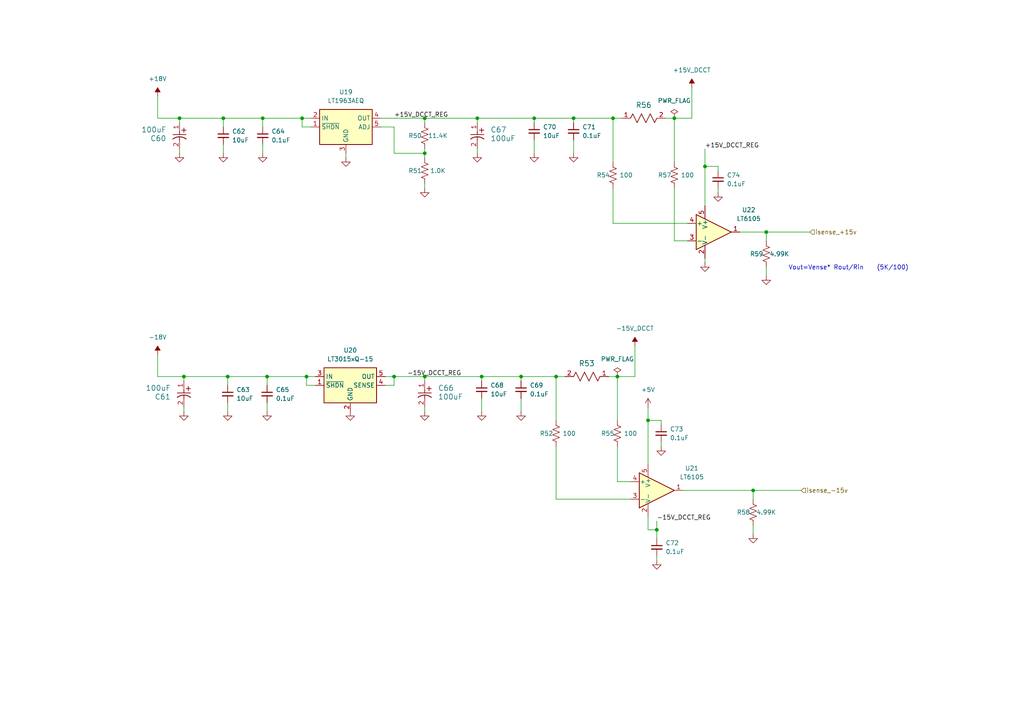
<source format=kicad_sch>
(kicad_sch (version 20250114) (generator "eeschema") (generator_version "9.0")
  (paper "A4")
  (lib_symbols
    (symbol "Device:C_Small" (pin_numbers (hide yes)) (pin_names (offset 0.254) (hide yes))
      (property "Reference" "C" (at 0.254 1.778 0))
      (property "Value" "C_Small" (at 0.254 -2.032 0))
      (symbol "C_Small_0_1"
        (polyline (pts (xy -1.524 0.508) (xy 1.524 0.508)) (stroke (width 0.3048)))
        (polyline (pts (xy -1.524 -0.508) (xy 1.524 -0.508)) (stroke (width 0.3302)))
      )
      (symbol "C_Small_1_1"
        (pin passive line (at 0 2.54 270) (length 2.032) (name "~") (number "1"))
        (pin passive line (at 0 -2.54 90) (length 2.032) (name "~") (number "2"))
      )
    )
    (symbol "Device:R_US" (pin_numbers (hide yes)) (pin_names (offset 0))
      (property "Reference" "R" (at 2.54 0 90))
      (property "Value" "R_US" (at -2.54 0 90))
      (symbol "R_US_0_1"
        (polyline (pts (xy 0 2.286) (xy 0 2.54)))
        (polyline (pts (xy 0 2.286) (xy 1.016 1.905) (xy 0 1.524) (xy -1.016 1.143) (xy 0 0.762)))
        (polyline (pts (xy 0 0.762) (xy 1.016 0.381) (xy 0 0) (xy -1.016 -0.381) (xy 0 -0.762)))
        (polyline (pts (xy 0 -0.762) (xy 1.016 -1.143) (xy 0 -1.524) (xy -1.016 -1.905) (xy 0 -2.286)))
        (polyline (pts (xy 0 -2.286) (xy 0 -2.54)))
      )
      (symbol "R_US_1_1"
        (pin passive line (at 0 3.81 270) (length 1.27) (name "~") (number "1"))
        (pin passive line (at 0 -3.81 90) (length 1.27) (name "~") (number "2"))
      )
    )
    (symbol "KRL6432E-M-R010-F-T1_1" (pin_names (offset 0.254))
      (property "Reference" "R" (at 5.715 3.81 0))
      (property "Value" "KRL6432E-M-R010-F-T1" (at 6.35 -3.81 0))
      (symbol "KRL6432E-M-R010-F-T1_1_1_1"
        (polyline (pts (xy 2.54 0) (xy 3.175 1.27)) (stroke (width 0.2032)))
        (polyline (pts (xy 3.175 1.27) (xy 4.445 -1.27)) (stroke (width 0.2032)))
        (polyline (pts (xy 4.445 -1.27) (xy 5.715 1.27)) (stroke (width 0.2032)))
        (polyline (pts (xy 5.715 1.27) (xy 6.985 -1.27)) (stroke (width 0.2032)))
        (polyline (pts (xy 6.985 -1.27) (xy 8.255 1.27)) (stroke (width 0.2032)))
        (polyline (pts (xy 8.255 1.27) (xy 9.525 -1.27)) (stroke (width 0.2032)))
        (polyline (pts (xy 9.525 -1.27) (xy 10.16 0)) (stroke (width 0.2032)))
        (pin passive line (at 0 0 0) (length 2.54) (name "") (number "1"))
        (pin passive line (at 12.7 0 180) (length 2.54) (name "") (number "2"))
      )
      (symbol "KRL6432E-M-R010-F-T1_1_1_2"
        (polyline (pts (xy -1.27 8.255) (xy 1.27 9.525)) (stroke (width 0.2032)))
        (polyline (pts (xy -1.27 5.715) (xy 1.27 6.985)) (stroke (width 0.2032)))
        (polyline (pts (xy -1.27 3.175) (xy 1.27 4.445)) (stroke (width 0.2032)))
        (polyline (pts (xy 0 2.54) (xy -1.27 3.175)) (stroke (width 0.2032)))
        (polyline (pts (xy 1.27 9.525) (xy 0 10.16)) (stroke (width 0.2032)))
        (polyline (pts (xy 1.27 6.985) (xy -1.27 8.255)) (stroke (width 0.2032)))
        (polyline (pts (xy 1.27 4.445) (xy -1.27 5.715)) (stroke (width 0.2032)))
        (pin unspecified line (at 0 12.7 270) (length 2.54) (name "") (number "1"))
        (pin unspecified line (at 0 0 90) (length 2.54) (name "") (number "2"))
      )
    )
    (symbol "Regulator_Linear:LT1963AEQ"
      (property "Reference" "U" (at -7.62 6.35 0))
      (property "Value" "LT1963AEQ" (at -1.27 6.35 0))
      (symbol "LT1963AEQ_0_1"
        (rectangle (start -7.62 5.08) (end 7.62 -5.08) (stroke (width 0.254)) (fill (type background)))
      )
      (symbol "LT1963AEQ_1_1"
        (pin power_in line (at -10.16 2.54 0) (length 2.54) (name "IN") (number "2"))
        (pin input line (at -10.16 0 0) (length 2.54) (name "~{SHDN}") (number "1"))
        (pin power_in line (at 0 -7.62 90) (length 2.54) (name "GND") (number "3"))
        (pin power_out line (at 10.16 2.54 180) (length 2.54) (name "OUT") (number "4"))
        (pin input line (at 10.16 0 180) (length 2.54) (name "ADJ") (number "5"))
      )
    )
    (symbol "Regulator_Linear:LT3015xQ-15"
      (property "Reference" "U" (at -6.35 6.35 0))
      (property "Value" "LT3015xQ-15" (at -3.81 6.35 0))
      (symbol "LT3015xQ-15_0_1"
        (rectangle (start -7.62 5.08) (end 7.62 -5.08) (stroke (width 0.254)) (fill (type background)))
      )
      (symbol "LT3015xQ-15_1_1"
        (pin power_in line (at -10.16 2.54 0) (length 2.54) (name "IN") (number "3"))
        (pin input line (at -10.16 0 0) (length 2.54) (name "~{SHDN}") (number "1"))
        (pin power_in line (at 0 -7.62 90) (length 2.54) (name "GND") (number "2"))
        (pin power_out line (at 10.16 2.54 180) (length 2.54) (name "OUT") (number "5"))
        (pin input line (at 10.16 0 180) (length 2.54) (name "SENSE") (number "4"))
      )
    )
    (symbol "T521X107M025ATE060_1" (pin_names (offset 0.254))
      (property "Reference" "C" (at 3.81 3.81 0))
      (property "Value" "T521X107M025ATE060" (at 3.81 -3.81 0))
      (symbol "T521X107M025ATE060_1_1_1"
        (polyline (pts (xy 1.5748 1.27) (xy 2.8448 1.27)) (stroke (width 0.2032)))
        (polyline (pts (xy 2.2098 0.635) (xy 2.2098 1.905)) (stroke (width 0.2032)))
        (polyline (pts (xy 2.54 0) (xy 3.4798 0)) (stroke (width 0.2032)))
        (polyline (pts (xy 3.4798 -1.905) (xy 3.4798 1.905)) (stroke (width 0.2032)))
        (polyline (pts (xy 4.1148 0) (xy 5.08 0)) (stroke (width 0.2032)))
        (arc (start 4.7541 -1.9108) (mid 4.1148 0) (end 4.7541 1.9108) (stroke (width 0.254)))
        (pin passive line (at 0 0 0) (length 2.54) (name "") (number "1"))
        (pin passive line (at 7.62 0 180) (length 2.54) (name "") (number "2"))
      )
      (symbol "T521X107M025ATE060_1_1_2"
        (polyline (pts (xy -1.905 -3.4798) (xy 1.905 -3.4798)) (stroke (width 0.2032)))
        (polyline (pts (xy 0 -2.54) (xy 0 -3.4798)) (stroke (width 0.2032)))
        (polyline (pts (xy 0 -4.1148) (xy 0 -5.08)) (stroke (width 0.2032)))
        (arc (start -1.9108 -4.7541) (mid 0 -4.1148) (end 1.9108 -4.7541) (stroke (width 0.254)))
        (polyline (pts (xy 0.635 -2.2098) (xy 1.905 -2.2098)) (stroke (width 0.2032)))
        (polyline (pts (xy 1.27 -1.5748) (xy 1.27 -2.8448)) (stroke (width 0.2032)))
        (pin unspecified line (at 0 0 270) (length 2.54) (name "") (number "1"))
        (pin unspecified line (at 0 -7.62 90) (length 2.54) (name "") (number "2"))
      )
    )
    (symbol "power:+5V" (power) (pin_numbers (hide yes)) (pin_names (offset 0) (hide yes))
      (property "Value" "+5V" (at 0 3.556 0))
      (symbol "+5V_0_1"
        (polyline (pts (xy -0.762 1.27) (xy 0 2.54)))
        (polyline (pts (xy 0 2.54) (xy 0.762 1.27)))
        (polyline (pts (xy 0 0) (xy 0 2.54)))
      )
      (symbol "+5V_1_1"
        (pin power_in line (at 0 0 90) (length 0) (name "~") (number "1"))
      )
    )
    (symbol "power:GND" (power) (pin_numbers (hide yes)) (pin_names (offset 0) (hide yes))
      (property "Value" "GND" (at 0 -3.81 0))
      (symbol "GND_0_1"
        (polyline (pts (xy 0 0) (xy 0 -1.27) (xy 1.27 -1.27) (xy 0 -2.54) (xy -1.27 -1.27) (xy 0 -1.27)))
      )
      (symbol "GND_1_1"
        (pin power_in line (at 0 0 270) (length 0) (name "~") (number "1"))
      )
    )
    (symbol "power:PWR_FLAG" (power) (pin_numbers (hide yes)) (pin_names (offset 0) (hide yes))
      (property "Value" "PWR_FLAG" (at 0 3.81 0))
      (symbol "PWR_FLAG_0_0"
        (pin power_out line (at 0 0 90) (length 0) (name "~") (number "1"))
      )
      (symbol "PWR_FLAG_0_1"
        (polyline (pts (xy 0 0) (xy 0 1.27) (xy -1.016 1.905) (xy 0 2.54) (xy 1.016 1.905) (xy 0 1.27)))
      )
    )
    (symbol "psc:+15V_DCCT" (power) (pin_numbers (hide yes)) (pin_names (offset 0) (hide yes))
      (property "Value" "+15V_DCCT" (at 0 3.556 0))
      (symbol "+15V_DCCT_0_0"
        (pin power_in line (at 0 0 90) (length 0) (name "~") (number "1"))
      )
      (symbol "+15V_DCCT_0_1"
        (polyline (pts (xy 0 0) (xy 0 1.27) (xy 0.762 1.27) (xy 0 2.54) (xy -0.762 1.27) (xy 0 1.27)) (fill (type outline)))
      )
    )
    (symbol "psc:+18V" (power) (pin_numbers (hide yes)) (pin_names (offset 0) (hide yes))
      (property "Value" "+18V" (at 0 3.556 0))
      (symbol "+18V_0_0"
        (pin power_in line (at 0 0 90) (length 0) (name "~") (number "1"))
      )
      (symbol "+18V_0_1"
        (polyline (pts (xy 0 0) (xy 0 1.27) (xy 0.762 1.27) (xy 0 2.54) (xy -0.762 1.27) (xy 0 1.27)) (fill (type outline)))
      )
    )
    (symbol "psc:-15V_DCCT" (power) (pin_numbers (hide yes)) (pin_names (offset 0) (hide yes))
      (property "Value" "-15V_DCCT" (at 0 3.556 0))
      (symbol "-15V_DCCT_0_0"
        (pin power_in line (at 0 0 90) (length 0) (name "~") (number "1"))
      )
      (symbol "-15V_DCCT_0_1"
        (polyline (pts (xy 0 0) (xy 0 1.27) (xy 0.762 1.27) (xy 0 2.54) (xy -0.762 1.27) (xy 0 1.27)) (fill (type outline)))
      )
    )
    (symbol "psc:-18V" (power) (pin_numbers (hide yes)) (pin_names (offset 0) (hide yes))
      (property "Value" "-18V" (at 0 3.556 0))
      (symbol "-18V_0_0"
        (pin power_in line (at 0 0 90) (length 0) (name "~") (number "1"))
      )
      (symbol "-18V_0_1"
        (polyline (pts (xy 0 0) (xy 0 1.27) (xy 0.762 1.27) (xy 0 2.54) (xy -0.762 1.27) (xy 0 1.27)) (fill (type outline)))
      )
    )
    (symbol "psc:EEE-FTH101XAP" (pin_names (offset 0.254))
      (property "Reference" "C" (at 3.81 3.81 0))
      (property "Value" "EEE-FTH101XAP" (at 3.81 -3.81 0))
      (symbol "EEE-FTH101XAP_1_1"
        (polyline (pts (xy 1.5748 1.27) (xy 2.8448 1.27)) (stroke (width 0.2032)))
        (polyline (pts (xy 2.2098 0.635) (xy 2.2098 1.905)) (stroke (width 0.2032)))
        (polyline (pts (xy 2.54 0) (xy 3.4798 0)) (stroke (width 0.2032)))
        (polyline (pts (xy 3.4798 -1.905) (xy 3.4798 1.905)) (stroke (width 0.2032)))
        (polyline (pts (xy 4.1148 0) (xy 5.08 0)) (stroke (width 0.2032)))
        (arc (start 4.7541 -1.9108) (mid 4.1148 0) (end 4.7541 1.9108) (stroke (width 0.254)))
        (pin unspecified line (at 0 0 0) (length 2.54) (name "") (number "1"))
        (pin unspecified line (at 7.62 0 180) (length 2.54) (name "") (number "2"))
      )
      (symbol "EEE-FTH101XAP_1_2"
        (polyline (pts (xy -1.905 -3.4798) (xy 1.905 -3.4798)) (stroke (width 0.2032)))
        (polyline (pts (xy 0 -2.54) (xy 0 -3.4798)) (stroke (width 0.2032)))
        (polyline (pts (xy 0 -4.1148) (xy 0 -5.08)) (stroke (width 0.2032)))
        (arc (start -1.9108 -4.7541) (mid 0 -4.1148) (end 1.9108 -4.7541) (stroke (width 0.254)))
        (polyline (pts (xy 0.635 -2.2098) (xy 1.905 -2.2098)) (stroke (width 0.2032)))
        (polyline (pts (xy 1.27 -1.5748) (xy 1.27 -2.8448)) (stroke (width 0.2032)))
        (pin unspecified line (at 0 0 270) (length 2.54) (name "") (number "2"))
        (pin unspecified line (at 0 -7.62 90) (length 2.54) (name "") (number "1"))
      )
    )
    (symbol "psc:KRL6432E-M-R010-F-T1" (pin_names (offset 0.254))
      (property "Reference" "R" (at 5.715 3.81 0))
      (property "Value" "KRL6432E-M-R010-F-T1" (at 6.35 -3.81 0))
      (symbol "KRL6432E-M-R010-F-T1_1_1"
        (polyline (pts (xy 2.54 0) (xy 3.175 1.27)) (stroke (width 0.2032)))
        (polyline (pts (xy 3.175 1.27) (xy 4.445 -1.27)) (stroke (width 0.2032)))
        (polyline (pts (xy 4.445 -1.27) (xy 5.715 1.27)) (stroke (width 0.2032)))
        (polyline (pts (xy 5.715 1.27) (xy 6.985 -1.27)) (stroke (width 0.2032)))
        (polyline (pts (xy 6.985 -1.27) (xy 8.255 1.27)) (stroke (width 0.2032)))
        (polyline (pts (xy 8.255 1.27) (xy 9.525 -1.27)) (stroke (width 0.2032)))
        (polyline (pts (xy 9.525 -1.27) (xy 10.16 0)) (stroke (width 0.2032)))
        (pin passive line (at 0 0 0) (length 2.54) (name "") (number "1"))
        (pin passive line (at 12.7 0 180) (length 2.54) (name "") (number "2"))
      )
      (symbol "KRL6432E-M-R010-F-T1_1_2"
        (polyline (pts (xy -1.27 8.255) (xy 1.27 9.525)) (stroke (width 0.2032)))
        (polyline (pts (xy -1.27 5.715) (xy 1.27 6.985)) (stroke (width 0.2032)))
        (polyline (pts (xy -1.27 3.175) (xy 1.27 4.445)) (stroke (width 0.2032)))
        (polyline (pts (xy 0 2.54) (xy -1.27 3.175)) (stroke (width 0.2032)))
        (polyline (pts (xy 1.27 9.525) (xy 0 10.16)) (stroke (width 0.2032)))
        (polyline (pts (xy 1.27 6.985) (xy -1.27 8.255)) (stroke (width 0.2032)))
        (polyline (pts (xy 1.27 4.445) (xy -1.27 5.715)) (stroke (width 0.2032)))
        (pin unspecified line (at 0 12.7 270) (length 2.54) (name "") (number "1"))
        (pin unspecified line (at 0 0 90) (length 2.54) (name "") (number "2"))
      )
    )
    (symbol "psc:LT6105" (pin_names (offset 0.127))
      (property "Reference" "U" (at 1.27 5.08 0))
      (property "Value" "LT6105" (at 0 -5.08 0))
      (symbol "LT6105_0_1"
        (polyline (pts (xy -5.08 5.08) (xy 5.08 0) (xy -5.08 -5.08) (xy -5.08 5.08)) (stroke (width 0.254)) (fill (type background)))
      )
      (symbol "LT6105_1_1"
        (pin input line (at -7.62 2.54 0) (length 2.54) (name "+") (number "4"))
        (pin input line (at -7.62 -2.54 0) (length 2.54) (name "-") (number "3"))
        (pin power_in line (at -2.54 7.62 270) (length 3.81) (name "V+") (number "5"))
        (pin power_in line (at -2.54 -7.62 90) (length 3.81) (name "V-") (number "2"))
        (pin open_collector line (at 7.62 0 180) (length 2.54) (name "~") (number "1"))
      )
    )
    (symbol "psc:T521X107M025ATE060" (pin_names (offset 0.254))
      (property "Reference" "C" (at 3.81 3.81 0))
      (property "Value" "T521X107M025ATE060" (at 3.81 -3.81 0))
      (symbol "T521X107M025ATE060_1_1"
        (polyline (pts (xy 1.5748 1.27) (xy 2.8448 1.27)) (stroke (width 0.2032)))
        (polyline (pts (xy 2.2098 0.635) (xy 2.2098 1.905)) (stroke (width 0.2032)))
        (polyline (pts (xy 2.54 0) (xy 3.4798 0)) (stroke (width 0.2032)))
        (polyline (pts (xy 3.4798 -1.905) (xy 3.4798 1.905)) (stroke (width 0.2032)))
        (polyline (pts (xy 4.1148 0) (xy 5.08 0)) (stroke (width 0.2032)))
        (arc (start 4.7541 -1.9108) (mid 4.1148 0) (end 4.7541 1.9108) (stroke (width 0.254)))
        (pin passive line (at 0 0 0) (length 2.54) (name "") (number "1"))
        (pin passive line (at 7.62 0 180) (length 2.54) (name "") (number "2"))
      )
      (symbol "T521X107M025ATE060_1_2"
        (polyline (pts (xy -1.905 -3.4798) (xy 1.905 -3.4798)) (stroke (width 0.2032)))
        (polyline (pts (xy 0 -2.54) (xy 0 -3.4798)) (stroke (width 0.2032)))
        (polyline (pts (xy 0 -4.1148) (xy 0 -5.08)) (stroke (width 0.2032)))
        (arc (start -1.9108 -4.7541) (mid 0 -4.1148) (end 1.9108 -4.7541) (stroke (width 0.254)))
        (polyline (pts (xy 0.635 -2.2098) (xy 1.905 -2.2098)) (stroke (width 0.2032)))
        (polyline (pts (xy 1.27 -1.5748) (xy 1.27 -2.8448)) (stroke (width 0.2032)))
        (pin unspecified line (at 0 0 270) (length 2.54) (name "") (number "1"))
        (pin unspecified line (at 0 -7.62 90) (length 2.54) (name "") (number "2"))
      )
    )
  )
  (text "Vout=Vense* Rout/Rin    (5K/100)" (at 246.126 77.724 0) (effects (font (size 1.27 1.27))))
  (junction (at 139.7 109.22))
  (junction (at 87.63 34.29))
  (junction (at 187.96 121.92))
  (junction (at 66.04 109.22))
  (junction (at 161.29 109.22))
  (junction (at 204.47 48.26))
  (junction (at 166.37 34.29))
  (junction (at 179.07 109.22))
  (junction (at 195.58 34.29))
  (junction (at 177.8 34.29))
  (junction (at 76.2 34.29))
  (junction (at 123.19 34.29))
  (junction (at 123.19 44.45))
  (junction (at 52.07 34.29))
  (junction (at 123.19 109.22))
  (junction (at 190.5 153.67))
  (junction (at 114.3 109.22))
  (junction (at 77.47 109.22))
  (junction (at 218.44 142.24))
  (junction (at 138.43 34.29))
  (junction (at 64.77 34.29))
  (junction (at 53.34 109.22))
  (junction (at 154.94 34.29))
  (junction (at 222.25 67.31))
  (junction (at 151.13 109.22))
  (junction (at 88.9 109.22))
  (wire (pts (xy 87.63 36.83) (xy 87.63 34.29)))
  (wire (pts (xy 123.19 43.18) (xy 123.19 44.45)))
  (wire (pts (xy 66.04 109.22) (xy 66.04 111.76)))
  (wire (pts (xy 200.66 25.4) (xy 200.66 34.29)))
  (wire (pts (xy 161.29 129.54) (xy 161.29 144.78)))
  (wire (pts (xy 64.77 44.45) (xy 64.77 41.91)))
  (wire (pts (xy 114.3 109.22) (xy 111.76 109.22)))
  (wire (pts (xy 139.7 110.49) (xy 139.7 109.22)))
  (wire (pts (xy 110.49 36.83) (xy 114.3 36.83)))
  (wire (pts (xy 53.34 119.38) (xy 53.34 118.11)))
  (wire (pts (xy 114.3 36.83) (xy 114.3 44.45)))
  (wire (pts (xy 45.72 27.94) (xy 45.72 34.29)))
  (wire (pts (xy 123.19 44.45) (xy 123.19 45.72)))
  (wire (pts (xy 193.04 34.29) (xy 195.58 34.29)))
  (wire (pts (xy 87.63 34.29) (xy 90.17 34.29)))
  (wire (pts (xy 176.53 109.22) (xy 179.07 109.22)))
  (wire (pts (xy 139.7 119.38) (xy 139.7 115.57)))
  (wire (pts (xy 218.44 142.24) (xy 232.41 142.24)))
  (wire (pts (xy 45.72 109.22) (xy 53.34 109.22)))
  (wire (pts (xy 208.28 55.88) (xy 208.28 54.61)))
  (wire (pts (xy 114.3 109.22) (xy 123.19 109.22)))
  (wire (pts (xy 114.3 44.45) (xy 123.19 44.45)))
  (wire (pts (xy 190.5 153.67) (xy 190.5 151.13)))
  (wire (pts (xy 222.25 80.01) (xy 222.25 77.47)))
  (wire (pts (xy 199.39 69.85) (xy 195.58 69.85)))
  (wire (pts (xy 91.44 111.76) (xy 88.9 111.76)))
  (wire (pts (xy 218.44 154.94) (xy 218.44 152.4)))
  (wire (pts (xy 204.47 48.26) (xy 204.47 59.69)))
  (wire (pts (xy 53.34 109.22) (xy 66.04 109.22)))
  (wire (pts (xy 161.29 109.22) (xy 163.83 109.22)))
  (wire (pts (xy 45.72 34.29) (xy 52.07 34.29)))
  (wire (pts (xy 151.13 110.49) (xy 151.13 109.22)))
  (wire (pts (xy 208.28 49.53) (xy 208.28 48.26)))
  (wire (pts (xy 154.94 44.45) (xy 154.94 40.64)))
  (wire (pts (xy 138.43 34.29) (xy 154.94 34.29)))
  (wire (pts (xy 77.47 109.22) (xy 88.9 109.22)))
  (wire (pts (xy 45.72 102.87) (xy 45.72 109.22)))
  (wire (pts (xy 191.77 121.92) (xy 187.96 121.92)))
  (wire (pts (xy 195.58 34.29) (xy 200.66 34.29)))
  (wire (pts (xy 76.2 34.29) (xy 87.63 34.29)))
  (wire (pts (xy 179.07 129.54) (xy 179.07 139.7)))
  (wire (pts (xy 52.07 34.29) (xy 64.77 34.29)))
  (wire (pts (xy 138.43 35.56) (xy 138.43 34.29)))
  (wire (pts (xy 123.19 109.22) (xy 139.7 109.22)))
  (wire (pts (xy 177.8 34.29) (xy 177.8 46.99)))
  (wire (pts (xy 182.88 139.7) (xy 179.07 139.7)))
  (wire (pts (xy 177.8 54.61) (xy 177.8 64.77)))
  (wire (pts (xy 195.58 34.29) (xy 195.58 46.99)))
  (wire (pts (xy 179.07 109.22) (xy 179.07 121.92)))
  (wire (pts (xy 190.5 162.56) (xy 190.5 161.29)))
  (wire (pts (xy 222.25 67.31) (xy 222.25 69.85)))
  (wire (pts (xy 166.37 35.56) (xy 166.37 34.29)))
  (wire (pts (xy 151.13 119.38) (xy 151.13 115.57)))
  (wire (pts (xy 123.19 34.29) (xy 123.19 35.56)))
  (wire (pts (xy 218.44 142.24) (xy 218.44 144.78)))
  (wire (pts (xy 154.94 34.29) (xy 166.37 34.29)))
  (wire (pts (xy 190.5 153.67) (xy 190.5 156.21)))
  (wire (pts (xy 88.9 109.22) (xy 91.44 109.22)))
  (wire (pts (xy 110.49 34.29) (xy 123.19 34.29)))
  (wire (pts (xy 198.12 142.24) (xy 218.44 142.24)))
  (wire (pts (xy 179.07 109.22) (xy 184.15 109.22)))
  (wire (pts (xy 90.17 36.83) (xy 87.63 36.83)))
  (wire (pts (xy 214.63 67.31) (xy 222.25 67.31)))
  (wire (pts (xy 114.3 111.76) (xy 114.3 109.22)))
  (wire (pts (xy 111.76 111.76) (xy 114.3 111.76)))
  (wire (pts (xy 222.25 67.31) (xy 234.95 67.31)))
  (wire (pts (xy 199.39 64.77) (xy 177.8 64.77)))
  (wire (pts (xy 66.04 119.38) (xy 66.04 116.84)))
  (wire (pts (xy 100.33 45.72) (xy 100.33 44.45)))
  (wire (pts (xy 76.2 36.83) (xy 76.2 34.29)))
  (wire (pts (xy 76.2 44.45) (xy 76.2 41.91)))
  (wire (pts (xy 123.19 119.38) (xy 123.19 118.11)))
  (wire (pts (xy 123.19 54.61) (xy 123.19 53.34)))
  (wire (pts (xy 52.07 44.45) (xy 52.07 43.18)))
  (wire (pts (xy 64.77 34.29) (xy 76.2 34.29)))
  (wire (pts (xy 187.96 153.67) (xy 187.96 149.86)))
  (wire (pts (xy 204.47 43.18) (xy 204.47 48.26)))
  (wire (pts (xy 88.9 111.76) (xy 88.9 109.22)))
  (wire (pts (xy 53.34 109.22) (xy 53.34 110.49)))
  (wire (pts (xy 161.29 144.78) (xy 182.88 144.78)))
  (wire (pts (xy 191.77 123.19) (xy 191.77 121.92)))
  (wire (pts (xy 139.7 109.22) (xy 151.13 109.22)))
  (wire (pts (xy 166.37 34.29) (xy 177.8 34.29)))
  (wire (pts (xy 187.96 121.92) (xy 187.96 134.62)))
  (wire (pts (xy 208.28 48.26) (xy 204.47 48.26)))
  (wire (pts (xy 123.19 110.49) (xy 123.19 109.22)))
  (wire (pts (xy 190.5 153.67) (xy 187.96 153.67)))
  (wire (pts (xy 77.47 111.76) (xy 77.47 109.22)))
  (wire (pts (xy 184.15 100.33) (xy 184.15 109.22)))
  (wire (pts (xy 66.04 109.22) (xy 77.47 109.22)))
  (wire (pts (xy 52.07 34.29) (xy 52.07 35.56)))
  (wire (pts (xy 191.77 129.54) (xy 191.77 128.27)))
  (wire (pts (xy 123.19 34.29) (xy 138.43 34.29)))
  (wire (pts (xy 161.29 109.22) (xy 161.29 121.92)))
  (wire (pts (xy 195.58 54.61) (xy 195.58 69.85)))
  (wire (pts (xy 77.47 119.38) (xy 77.47 116.84)))
  (wire (pts (xy 154.94 35.56) (xy 154.94 34.29)))
  (wire (pts (xy 138.43 44.45) (xy 138.43 43.18)))
  (wire (pts (xy 166.37 44.45) (xy 166.37 40.64)))
  (wire (pts (xy 151.13 109.22) (xy 161.29 109.22)))
  (wire (pts (xy 64.77 34.29) (xy 64.77 36.83)))
  (wire (pts (xy 204.47 76.2) (xy 204.47 74.93)))
  (wire (pts (xy 177.8 34.29) (xy 180.34 34.29)))
  (wire (pts (xy 187.96 118.11) (xy 187.96 121.92)))
  (label "-15V_DCCT_REG" (at 118.11 109.22 0))
  (label "+15V_DCCT_REG" (at 204.47 43.18 0))
  (label "-15V_DCCT_REG" (at 190.5 151.13 0))
  (label "+15V_DCCT_REG" (at 114.3 34.29 0))
  (hierarchical_label "isense_+15v" (shape input) (at 234.95 67.31 0))
  (hierarchical_label "isense_-15v" (shape input) (at 232.41 142.24 0))
  (symbol (lib_id "psc:LT6105") (at 190.5 142.24 0) (unit 1)
    (property "Reference" "U21" (at 200.66 135.8198 0))
    (property "Value" "LT6105" (at 200.66 138.3598 0))
    (property "Footprint" "Package_TO_SOT_SMD:SOT-23-5" (effects (hide yes)))
    (property "Datasheet" "https://www.analog.com/media/en/technical-documentation/data-sheets/6106fb.pdf" (effects (hide yes)))
    (property "Description" "36V Low Cost, High Side Current Sense, SOT-23-5" (effects (hide yes)))
  )
  (symbol (lib_id "power:PWR_FLAG") (at 179.07 109.22 0) (unit 1)
    (property "Reference" "#FLG03" (effects (hide yes)))
    (property "Value" "PWR_FLAG" (at 179.07 104.14 0))
    (property "Description" "Special symbol for telling ERC where power comes from" (effects (hide yes)))
  )
  (symbol (lib_id "Device:C_Small") (at 76.2 39.37 0) (unit 1)
    (property "Reference" "C64" (at 78.74 38.1062 0) (effects (justify left)))
    (property "Value" "0.1uF" (at 78.74 40.6462 0) (effects (justify left)))
    (property "Footprint" "Capacitor_SMD:C_0402_1005Metric" (effects (hide yes)))
    (property "Description" "Unpolarized capacitor, small symbol" (effects (hide yes)))
  )
  (symbol (lib_id "power:GND") (at 64.77 44.45 0) (unit 1)
    (property "Reference" "#PWR0202" (effects (hide yes)))
    (property "Value" "GND" (effects (hide yes)))
    (property "Description" "Power symbol creates a global label with name \"GND\" , ground" (effects (hide yes)))
  )
  (symbol (lib_id "power:GND") (at 138.43 44.45 0) (unit 1)
    (property "Reference" "#PWR0210" (effects (hide yes)))
    (property "Value" "GND" (effects (hide yes)))
    (property "Description" "Power symbol creates a global label with name \"GND\" , ground" (effects (hide yes)))
  )
  (symbol (lib_id "power:GND") (at 101.6 119.38 0) (unit 1)
    (property "Reference" "#PWR0207" (effects (hide yes)))
    (property "Value" "GND" (effects (hide yes)))
    (property "Description" "Power symbol creates a global label with name \"GND\" , ground" (effects (hide yes)))
  )
  (symbol (lib_id "power:GND") (at 204.47 76.2 0) (unit 1)
    (property "Reference" "#PWR0220" (effects (hide yes)))
    (property "Value" "GND" (effects (hide yes)))
    (property "Description" "Power symbol creates a global label with name \"GND\" , ground" (effects (hide yes)))
  )
  (symbol (lib_id "power:+5V") (at 187.96 118.11 0) (unit 1)
    (property "Reference" "#PWR0216" (effects (hide yes)))
    (property "Value" "+5V" (at 187.96 113.03 0))
    (property "Description" "Power symbol creates a global label with name \"+5V\"" (effects (hide yes)))
  )
  (symbol (lib_id "Device:R_US") (at 123.19 39.37 0) (unit 1)
    (property "Reference" "R50" (at 120.396 39.37 0))
    (property "Value" "11.4K" (at 127 39.37 0))
    (property "Footprint" "Resistor_SMD:R_0402_1005Metric" (effects (hide yes)))
    (property "Description" "Resistor, US symbol" (effects (hide yes)))
    (property "Tolerance" "1%" (effects (hide yes)))
  )
  (symbol (lib_id "Device:R_US") (at 123.19 49.53 0) (unit 1)
    (property "Reference" "R51" (at 120.396 49.53 0))
    (property "Value" "1.0K" (at 127 49.53 0))
    (property "Footprint" "Resistor_SMD:R_0402_1005Metric" (effects (hide yes)))
    (property "Description" "Resistor, US symbol" (effects (hide yes)))
    (property "Tolerance" "1%" (effects (hide yes)))
  )
  (symbol (lib_id "power:GND") (at 139.7 119.38 0) (unit 1)
    (property "Reference" "#PWR0211" (effects (hide yes)))
    (property "Value" "GND" (effects (hide yes)))
    (property "Description" "Power symbol creates a global label with name \"GND\" , ground" (effects (hide yes)))
  )
  (symbol (lib_id "Device:R_US") (at 195.58 50.8 0) (unit 1)
    (property "Reference" "R57" (at 192.786 50.8 0))
    (property "Value" "100" (at 199.39 50.8 0))
    (property "Footprint" "Resistor_SMD:R_0402_1005Metric" (effects (hide yes)))
    (property "Description" "Resistor, US symbol" (effects (hide yes)))
    (property "Tolerance" "1%" (effects (hide yes)))
  )
  (symbol (lib_id "power:GND") (at 123.19 119.38 0) (unit 1)
    (property "Reference" "#PWR0209" (effects (hide yes)))
    (property "Value" "GND" (effects (hide yes)))
    (property "Description" "Power symbol creates a global label with name \"GND\" , ground" (effects (hide yes)))
  )
  (symbol (lib_id "Device:C_Small") (at 139.7 113.03 0) (unit 1)
    (property "Reference" "C68" (at 142.24 111.7662 0) (effects (justify left)))
    (property "Value" "10uF" (at 142.24 114.3062 0) (effects (justify left)))
    (property "Footprint" "Capacitor_SMD:C_0603_1608Metric" (effects (hide yes)))
    (property "Description" "Unpolarized capacitor, small symbol" (effects (hide yes)))
    (property "Voltage" "25V" (effects (hide yes)))
  )
  (symbol (lib_id "Device:C_Small") (at 166.37 38.1 0) (unit 1)
    (property "Reference" "C71" (at 168.91 36.8362 0) (effects (justify left)))
    (property "Value" "0.1uF" (at 168.91 39.3762 0) (effects (justify left)))
    (property "Footprint" "Capacitor_SMD:C_0402_1005Metric" (effects (hide yes)))
    (property "Description" "Unpolarized capacitor, small symbol" (effects (hide yes)))
  )
  (symbol (lib_id "power:GND") (at 66.04 119.38 0) (unit 1)
    (property "Reference" "#PWR0203" (effects (hide yes)))
    (property "Value" "GND" (effects (hide yes)))
    (property "Description" "Power symbol creates a global label with name \"GND\" , ground" (effects (hide yes)))
  )
  (symbol (lib_id "Device:R_US") (at 179.07 125.73 0) (unit 1)
    (property "Reference" "R55" (at 176.276 125.73 0))
    (property "Value" "100" (at 182.88 125.73 0))
    (property "Footprint" "Resistor_SMD:R_0402_1005Metric" (effects (hide yes)))
    (property "Description" "Resistor, US symbol" (effects (hide yes)))
    (property "Tolerance" "1%" (effects (hide yes)))
  )
  (symbol (lib_id "psc:KRL6432E-M-R010-F-T1") (at 176.53 109.22 180) (unit 1)
    (property "Reference" "R53" (at 170.18 105.41 0) (effects (font (size 1.524 1.524))))
    (property "Value" "KRL6432E-M-R010-F-T1" (effects (hide yes)))
    (property "Footprint" "myparts:RES_6432_SUS" (effects (hide yes)))
    (property "Datasheet" "KRL6432E-M-R010-F-T1" (effects (hide yes)))
  )
  (symbol (lib_id "Device:C_Small") (at 208.28 52.07 0) (unit 1)
    (property "Reference" "C74" (at 210.82 50.8062 0) (effects (justify left)))
    (property "Value" "0.1uF" (at 210.82 53.3462 0) (effects (justify left)))
    (property "Footprint" "Capacitor_SMD:C_0402_1005Metric" (effects (hide yes)))
    (property "Description" "Unpolarized capacitor, small symbol" (effects (hide yes)))
  )
  (symbol (lib_id "power:GND") (at 190.5 162.56 0) (unit 1)
    (property "Reference" "#PWR0217" (effects (hide yes)))
    (property "Value" "GND" (effects (hide yes)))
    (property "Description" "Power symbol creates a global label with name \"GND\" , ground" (effects (hide yes)))
  )
  (symbol (lib_id "power:GND") (at 154.94 44.45 0) (unit 1)
    (property "Reference" "#PWR0213" (effects (hide yes)))
    (property "Value" "GND" (effects (hide yes)))
    (property "Description" "Power symbol creates a global label with name \"GND\" , ground" (effects (hide yes)))
  )
  (symbol (lib_id "power:GND") (at 208.28 55.88 0) (unit 1)
    (property "Reference" "#PWR0221" (effects (hide yes)))
    (property "Value" "GND" (effects (hide yes)))
    (property "Description" "Power symbol creates a global label with name \"GND\" , ground" (effects (hide yes)))
  )
  (symbol (lib_id "psc:EEE-FTH101XAP") (at 52.07 35.56 270) (unit 1)
    (property "Reference" "C60" (at 48.26 40.1575 90) (effects (font (size 1.524 1.524)) (justify right)))
    (property "Value" "100uF" (at 48.26 37.6175 90) (effects (font (size 1.524 1.524)) (justify right)))
    (property "Footprint" "CAP_EEFK_D8_PAN" (effects (hide yes)))
    (property "Datasheet" "EEE-FTH101XAP" (effects (hide yes)))
  )
  (symbol (lib_id "psc:EEE-FTH101XAP") (at 53.34 110.49 270) (unit 1)
    (property "Reference" "C61" (at 49.53 115.0875 90) (effects (font (size 1.524 1.524)) (justify right)))
    (property "Value" "100uF" (at 49.53 112.5475 90) (effects (font (size 1.524 1.524)) (justify right)))
    (property "Footprint" "CAP_EEFK_D8_PAN" (effects (hide yes)))
    (property "Datasheet" "EEE-FTH101XAP" (effects (hide yes)))
  )
  (symbol (lib_id "Device:R_US") (at 161.29 125.73 0) (unit 1)
    (property "Reference" "R52" (at 158.496 125.73 0))
    (property "Value" "100" (at 165.1 125.73 0))
    (property "Footprint" "Resistor_SMD:R_0402_1005Metric" (effects (hide yes)))
    (property "Description" "Resistor, US symbol" (effects (hide yes)))
    (property "Tolerance" "1%" (effects (hide yes)))
  )
  (symbol (lib_id "psc:-18V") (at 45.72 102.87 0) (unit 1)
    (property "Reference" "#PWR0199" (effects (hide yes)))
    (property "Value" "-18V" (at 45.72 97.79 0))
    (property "Description" "Power symbol creates a global label with name \"-15V\"" (effects (hide yes)))
  )
  (symbol (lib_id "Device:C_Small") (at 191.77 125.73 0) (unit 1)
    (property "Reference" "C73" (at 194.31 124.4662 0) (effects (justify left)))
    (property "Value" "0.1uF" (at 194.31 127.0062 0) (effects (justify left)))
    (property "Footprint" "Capacitor_SMD:C_0402_1005Metric" (effects (hide yes)))
    (property "Description" "Unpolarized capacitor, small symbol" (effects (hide yes)))
  )
  (symbol (lib_id "psc:-15V_DCCT") (at 184.15 100.33 0) (unit 1)
    (property "Reference" "#PWR0215" (effects (hide yes)))
    (property "Value" "-15V_DCCT" (at 184.15 95.25 0))
    (property "Description" "Power symbol creates a global label with name \"-15V\"" (effects (hide yes)))
  )
  (symbol (lib_id "power:GND") (at 151.13 119.38 0) (unit 1)
    (property "Reference" "#PWR0212" (effects (hide yes)))
    (property "Value" "GND" (effects (hide yes)))
    (property "Description" "Power symbol creates a global label with name \"GND\" , ground" (effects (hide yes)))
  )
  (symbol (lib_id "power:GND") (at 123.19 54.61 0) (unit 1)
    (property "Reference" "#PWR0208" (effects (hide yes)))
    (property "Value" "GND" (effects (hide yes)))
    (property "Description" "Power symbol creates a global label with name \"GND\" , ground" (effects (hide yes)))
  )
  (symbol (lib_id "power:GND") (at 166.37 44.45 0) (unit 1)
    (property "Reference" "#PWR0214" (effects (hide yes)))
    (property "Value" "GND" (effects (hide yes)))
    (property "Description" "Power symbol creates a global label with name \"GND\" , ground" (effects (hide yes)))
  )
  (symbol (lib_id "power:GND") (at 53.34 119.38 0) (unit 1)
    (property "Reference" "#PWR0201" (effects (hide yes)))
    (property "Value" "GND" (effects (hide yes)))
    (property "Description" "Power symbol creates a global label with name \"GND\" , ground" (effects (hide yes)))
  )
  (symbol (lib_id "Device:C_Small") (at 154.94 38.1 0) (unit 1)
    (property "Reference" "C70" (at 157.48 36.8362 0) (effects (justify left)))
    (property "Value" "10uF" (at 157.48 39.3762 0) (effects (justify left)))
    (property "Footprint" "Capacitor_SMD:C_0603_1608Metric" (effects (hide yes)))
    (property "Description" "Unpolarized capacitor, small symbol" (effects (hide yes)))
    (property "Voltage" "25V" (effects (hide yes)))
  )
  (symbol (lib_id "Device:C_Small") (at 66.04 114.3 0) (unit 1)
    (property "Reference" "C63" (at 68.58 113.0362 0) (effects (justify left)))
    (property "Value" "10uF" (at 68.58 115.5762 0) (effects (justify left)))
    (property "Footprint" "Capacitor_SMD:C_0603_1608Metric" (effects (hide yes)))
    (property "Description" "Unpolarized capacitor, small symbol" (effects (hide yes)))
    (property "Voltage" "25V" (effects (hide yes)))
  )
  (symbol (lib_id "Device:C_Small") (at 190.5 158.75 0) (unit 1)
    (property "Reference" "C72" (at 193.04 157.4862 0) (effects (justify left)))
    (property "Value" "0.1uF" (at 193.04 160.0262 0) (effects (justify left)))
    (property "Footprint" "Capacitor_SMD:C_0402_1005Metric" (effects (hide yes)))
    (property "Description" "Unpolarized capacitor, small symbol" (effects (hide yes)))
  )
  (symbol (lib_id "power:GND") (at 218.44 154.94 0) (unit 1)
    (property "Reference" "#PWR0222" (effects (hide yes)))
    (property "Value" "GND" (effects (hide yes)))
    (property "Description" "Power symbol creates a global label with name \"GND\" , ground" (effects (hide yes)))
  )
  (symbol (lib_id "Device:C_Small") (at 64.77 39.37 0) (unit 1)
    (property "Reference" "C62" (at 67.31 38.1062 0) (effects (justify left)))
    (property "Value" "10uF" (at 67.31 40.6462 0) (effects (justify left)))
    (property "Footprint" "Capacitor_SMD:C_0603_1608Metric" (effects (hide yes)))
    (property "Description" "Unpolarized capacitor, small symbol" (effects (hide yes)))
    (property "Voltage" "25V" (effects (hide yes)))
  )
  (symbol (lib_id "Regulator_Linear:LT3015xQ-15") (at 101.6 111.76 0) (unit 1)
    (property "Reference" "U20" (at 101.6 101.6 0))
    (property "Value" "LT3015xQ-15" (at 101.6 104.14 0))
    (property "Footprint" "Package_TO_SOT_SMD:TO-263-5_TabPin3" (effects (hide yes)))
    (property "Datasheet" "https://www.analog.com/media/en/technical-documentation/data-sheets/3015fb.pdf" (effects (hide yes)))
    (property "Description" "-15V, 1.5A, Low Noise, Negative Linear Regulator with Precision Current Limit, TO-263-5" (effects (hide yes)))
  )
  (symbol (lib_id "Device:R_US") (at 218.44 148.59 0) (unit 1)
    (property "Reference" "R58" (at 215.646 148.59 0))
    (property "Value" "4.99K" (at 222.25 148.59 0))
    (property "Footprint" "Resistor_SMD:R_0402_1005Metric" (effects (hide yes)))
    (property "Description" "Resistor, US symbol" (effects (hide yes)))
    (property "Tolerance" "1%" (effects (hide yes)))
  )
  (symbol (lib_id "Device:C_Small") (at 77.47 114.3 0) (unit 1)
    (property "Reference" "C65" (at 80.01 113.0362 0) (effects (justify left)))
    (property "Value" "0.1uF" (at 80.01 115.5762 0) (effects (justify left)))
    (property "Footprint" "Capacitor_SMD:C_0402_1005Metric" (effects (hide yes)))
    (property "Description" "Unpolarized capacitor, small symbol" (effects (hide yes)))
  )
  (symbol (lib_id "power:PWR_FLAG") (at 195.58 34.29 0) (unit 1)
    (property "Reference" "#FLG02" (effects (hide yes)))
    (property "Value" "PWR_FLAG" (at 195.58 29.21 0))
    (property "Description" "Special symbol for telling ERC where power comes from" (effects (hide yes)))
  )
  (symbol (lib_id "power:GND") (at 100.33 45.72 0) (unit 1)
    (property "Reference" "#PWR0206" (effects (hide yes)))
    (property "Value" "GND" (effects (hide yes)))
    (property "Description" "Power symbol creates a global label with name \"GND\" , ground" (effects (hide yes)))
  )
  (symbol (lib_id "psc:T521X107M025ATE060") (at 123.19 110.49 270) (unit 1)
    (property "Reference" "C66" (at 127 112.5473 90) (effects (font (size 1.524 1.524)) (justify left)))
    (property "Value" "100uF" (at 127 115.0873 90) (effects (font (size 1.524 1.524)) (justify left)))
    (property "Footprint" "CAPMP7.6X4.3_4.3N_KEM" (effects (hide yes)))
    (property "Datasheet" "https://content.kemet.com/datasheets/KEM_T2076_T52X-530.pdf" (effects (hide yes)))
    (property "Part" "T521X107M025ATE060" (effects (hide yes)))
  )
  (symbol (lib_id "Regulator_Linear:LT1963AEQ") (at 100.33 36.83 0) (unit 1)
    (property "Reference" "U19" (at 100.33 26.67 0))
    (property "Value" "LT1963AEQ" (at 100.33 29.21 0))
    (property "Footprint" "Package_TO_SOT_SMD:TO-263-5_TabPin3" (effects (hide yes)))
    (property "Datasheet" "https://www.analog.com/media/en/technical-documentation/data-sheets/1963aff.pdf" (effects (hide yes)))
    (property "Description" "1.5A, Adjustable, Low Noise, Linear Voltage Regulator, TO-263-5" (effects (hide yes)))
  )
  (symbol (lib_id "power:GND") (at 52.07 44.45 0) (unit 1)
    (property "Reference" "#PWR0200" (effects (hide yes)))
    (property "Value" "GND" (effects (hide yes)))
    (property "Description" "Power symbol creates a global label with name \"GND\" , ground" (effects (hide yes)))
  )
  (symbol (lib_id "power:GND") (at 77.47 119.38 0) (unit 1)
    (property "Reference" "#PWR0205" (effects (hide yes)))
    (property "Value" "GND" (effects (hide yes)))
    (property "Description" "Power symbol creates a global label with name \"GND\" , ground" (effects (hide yes)))
  )
  (symbol (lib_name "KRL6432E-M-R010-F-T1_1") (lib_id "psc:KRL6432E-M-R010-F-T1") (at 180.34 34.29 0) (unit 1)
    (property "Reference" "R56" (at 186.69 30.48 0) (effects (font (size 1.524 1.524))))
    (property "Value" "KRL6432E-M-R010-F-T1" (effects (hide yes)))
    (property "Footprint" "myparts:RES_6432_SUS" (effects (hide yes)))
    (property "Datasheet" "KRL6432E-M-R010-F-T1" (effects (hide yes)))
  )
  (symbol (lib_id "power:GND") (at 222.25 80.01 0) (unit 1)
    (property "Reference" "#PWR0223" (effects (hide yes)))
    (property "Value" "GND" (effects (hide yes)))
    (property "Description" "Power symbol creates a global label with name \"GND\" , ground" (effects (hide yes)))
  )
  (symbol (lib_id "psc:+15V_DCCT") (at 200.66 25.4 0) (unit 1)
    (property "Reference" "#PWR0219" (effects (hide yes)))
    (property "Value" "+15V_DCCT" (at 200.66 20.32 0))
    (property "Description" "Power symbol creates a global label with name \"-15V\"" (effects (hide yes)))
  )
  (symbol (lib_id "Device:C_Small") (at 151.13 113.03 0) (unit 1)
    (property "Reference" "C69" (at 153.67 111.7662 0) (effects (justify left)))
    (property "Value" "0.1uF" (at 153.67 114.3062 0) (effects (justify left)))
    (property "Footprint" "Capacitor_SMD:C_0402_1005Metric" (effects (hide yes)))
    (property "Description" "Unpolarized capacitor, small symbol" (effects (hide yes)))
  )
  (symbol (lib_id "power:GND") (at 191.77 129.54 0) (unit 1)
    (property "Reference" "#PWR0218" (effects (hide yes)))
    (property "Value" "GND" (effects (hide yes)))
    (property "Description" "Power symbol creates a global label with name \"GND\" , ground" (effects (hide yes)))
  )
  (symbol (lib_id "psc:LT6105") (at 207.01 67.31 0) (unit 1)
    (property "Reference" "U22" (at 217.17 60.8898 0))
    (property "Value" "LT6105" (at 217.17 63.4298 0))
    (property "Footprint" "Package_TO_SOT_SMD:SOT-23-5" (effects (hide yes)))
    (property "Datasheet" "https://www.analog.com/media/en/technical-documentation/data-sheets/6106fb.pdf" (effects (hide yes)))
    (property "Description" "36V Low Cost, High Side Current Sense, SOT-23-5" (effects (hide yes)))
  )
  (symbol (lib_name "T521X107M025ATE060_1") (lib_id "psc:T521X107M025ATE060") (at 138.43 35.56 270) (unit 1)
    (property "Reference" "C67" (at 142.24 37.6173 90) (effects (font (size 1.524 1.524)) (justify left)))
    (property "Value" "100uF" (at 142.24 40.1573 90) (effects (font (size 1.524 1.524)) (justify left)))
    (property "Footprint" "CAPMP7.6X4.3_4.3N_KEM" (effects (hide yes)))
    (property "Datasheet" "https://content.kemet.com/datasheets/KEM_T2076_T52X-530.pdf" (effects (hide yes)))
    (property "Part" "T521X107M025ATE060" (effects (hide yes)))
  )
  (symbol (lib_id "power:GND") (at 76.2 44.45 0) (unit 1)
    (property "Reference" "#PWR0204" (effects (hide yes)))
    (property "Value" "GND" (effects (hide yes)))
    (property "Description" "Power symbol creates a global label with name \"GND\" , ground" (effects (hide yes)))
  )
  (symbol (lib_id "psc:+18V") (at 45.72 27.94 0) (unit 1)
    (property "Reference" "#PWR0198" (effects (hide yes)))
    (property "Value" "+18V" (at 45.72 22.86 0))
    (property "Description" "Power symbol creates a global label with name \"-15V\"" (effects (hide yes)))
  )
  (symbol (lib_id "Device:R_US") (at 177.8 50.8 0) (unit 1)
    (property "Reference" "R54" (at 175.006 50.8 0))
    (property "Value" "100" (at 181.61 50.8 0))
    (property "Footprint" "Resistor_SMD:R_0402_1005Metric" (effects (hide yes)))
    (property "Description" "Resistor, US symbol" (effects (hide yes)))
    (property "Tolerance" "1%" (effects (hide yes)))
  )
  (symbol (lib_id "Device:R_US") (at 222.25 73.66 0) (unit 1)
    (property "Reference" "R59" (at 219.456 73.66 0))
    (property "Value" "4.99K" (at 226.06 73.66 0))
    (property "Footprint" "Resistor_SMD:R_0402_1005Metric" (effects (hide yes)))
    (property "Description" "Resistor, US symbol" (effects (hide yes)))
    (property "Tolerance" "1%" (effects (hide yes)))
  )
)
</source>
